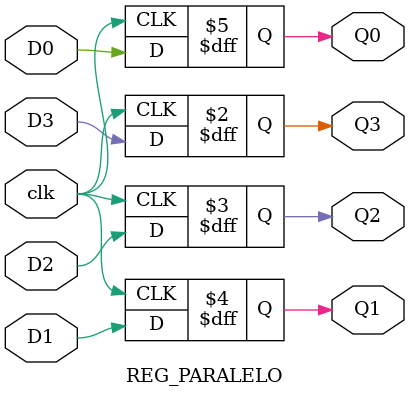
<source format=sv>
module REG_PARALELO(
  input logic clk,
  input logic D3,D2,D1,D0,
  output logic Q3,Q2,Q1,Q0
);
  
  always_ff @(posedge clk) begin
     Q3 <= D3;
     Q2 <= D2;
     Q1 <= D1;
     Q0 <= D0;
  end
endmodule
</source>
